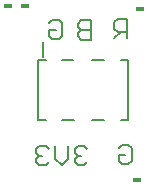
<source format=gbo>
G75*
%MOIN*%
%OFA0B0*%
%FSLAX25Y25*%
%IPPOS*%
%LPD*%
%AMOC8*
5,1,8,0,0,1.08239X$1,22.5*
%
%ADD10C,0.00600*%
%ADD11C,0.00500*%
%ADD12R,0.03000X0.01500*%
D10*
X0018474Y0029262D02*
X0017406Y0030330D01*
X0017406Y0031397D01*
X0018474Y0032465D01*
X0019542Y0032465D01*
X0018474Y0032465D02*
X0017406Y0033533D01*
X0017406Y0034600D01*
X0018474Y0035668D01*
X0020609Y0035668D01*
X0021677Y0034600D01*
X0023852Y0035668D02*
X0023852Y0031397D01*
X0025987Y0029262D01*
X0028122Y0031397D01*
X0028122Y0035668D01*
X0030297Y0034600D02*
X0030297Y0033533D01*
X0031365Y0032465D01*
X0030297Y0031397D01*
X0030297Y0030330D01*
X0031365Y0029262D01*
X0033500Y0029262D01*
X0034568Y0030330D01*
X0032433Y0032465D02*
X0031365Y0032465D01*
X0030297Y0034600D02*
X0031365Y0035668D01*
X0033500Y0035668D01*
X0034568Y0034600D01*
X0045026Y0034923D02*
X0046093Y0035991D01*
X0048228Y0035991D01*
X0049296Y0034923D01*
X0049296Y0030653D01*
X0048228Y0029585D01*
X0046093Y0029585D01*
X0045026Y0030653D01*
X0045026Y0032788D01*
X0047161Y0032788D01*
X0047796Y0071585D02*
X0047796Y0077991D01*
X0044593Y0077991D01*
X0043526Y0076923D01*
X0043526Y0074788D01*
X0044593Y0073720D01*
X0047796Y0073720D01*
X0045661Y0073720D02*
X0043526Y0071585D01*
X0035772Y0071191D02*
X0032570Y0071191D01*
X0031502Y0072259D01*
X0031502Y0073326D01*
X0032570Y0074394D01*
X0035772Y0074394D01*
X0035772Y0071191D02*
X0035772Y0077597D01*
X0032570Y0077597D01*
X0031502Y0076529D01*
X0031502Y0075462D01*
X0032570Y0074394D01*
X0026060Y0072349D02*
X0024992Y0071282D01*
X0022857Y0071282D01*
X0021790Y0072349D01*
X0021790Y0074485D01*
X0023925Y0074485D01*
X0026060Y0076620D02*
X0024992Y0077687D01*
X0022857Y0077687D01*
X0021790Y0076620D01*
X0026060Y0076620D02*
X0026060Y0072349D01*
X0021677Y0030330D02*
X0020609Y0029262D01*
X0018474Y0029262D01*
D11*
X0018096Y0044285D02*
X0018096Y0064285D01*
X0020596Y0064285D01*
X0019596Y0065285D02*
X0019596Y0070285D01*
X0026096Y0064285D02*
X0029596Y0064285D01*
X0036096Y0064285D02*
X0040096Y0064285D01*
X0045596Y0064285D02*
X0048096Y0064285D01*
X0048096Y0044285D01*
X0045596Y0044285D01*
X0040096Y0044285D02*
X0036096Y0044285D01*
X0030096Y0044285D02*
X0026096Y0044285D01*
X0020596Y0044285D02*
X0018096Y0044285D01*
D12*
X0013596Y0082285D03*
X0008096Y0082285D03*
X0051096Y0024285D03*
X0052096Y0081285D03*
M02*

</source>
